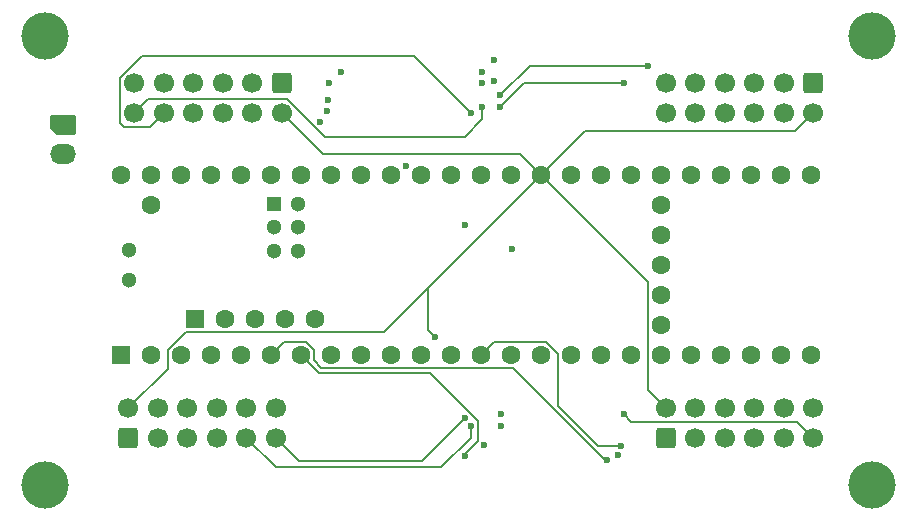
<source format=gbr>
%TF.GenerationSoftware,KiCad,Pcbnew,8.0.9-8.0.9-0~ubuntu22.04.1*%
%TF.CreationDate,2025-03-21T08:59:58-04:00*%
%TF.ProjectId,WS_Wheel_PCB,57535f57-6865-4656-9c5f-5043422e6b69,rev?*%
%TF.SameCoordinates,Original*%
%TF.FileFunction,Copper,L4,Bot*%
%TF.FilePolarity,Positive*%
%FSLAX46Y46*%
G04 Gerber Fmt 4.6, Leading zero omitted, Abs format (unit mm)*
G04 Created by KiCad (PCBNEW 8.0.9-8.0.9-0~ubuntu22.04.1) date 2025-03-21 08:59:58*
%MOMM*%
%LPD*%
G01*
G04 APERTURE LIST*
G04 Aperture macros list*
%AMRoundRect*
0 Rectangle with rounded corners*
0 $1 Rounding radius*
0 $2 $3 $4 $5 $6 $7 $8 $9 X,Y pos of 4 corners*
0 Add a 4 corners polygon primitive as box body*
4,1,4,$2,$3,$4,$5,$6,$7,$8,$9,$2,$3,0*
0 Add four circle primitives for the rounded corners*
1,1,$1+$1,$2,$3*
1,1,$1+$1,$4,$5*
1,1,$1+$1,$6,$7*
1,1,$1+$1,$8,$9*
0 Add four rect primitives between the rounded corners*
20,1,$1+$1,$2,$3,$4,$5,0*
20,1,$1+$1,$4,$5,$6,$7,0*
20,1,$1+$1,$6,$7,$8,$9,0*
20,1,$1+$1,$8,$9,$2,$3,0*%
%AMFreePoly0*
4,1,22,0.945671,0.830970,1.026777,0.776777,1.080970,0.695671,1.100000,0.600000,1.100000,-0.600000,1.080970,-0.695671,1.026777,-0.776777,0.945671,-0.830970,0.850000,-0.850000,-0.450000,-0.850000,-0.545671,-0.830970,-0.626777,-0.776777,-1.026777,-0.376777,-1.080970,-0.295671,-1.100000,-0.200000,-1.100000,0.600000,-1.080970,0.695671,-1.026777,0.776777,-0.945671,0.830970,-0.850000,0.850000,
0.850000,0.850000,0.945671,0.830970,0.945671,0.830970,$1*%
G04 Aperture macros list end*
%TA.AperFunction,ComponentPad*%
%ADD10R,1.600000X1.600000*%
%TD*%
%TA.AperFunction,ComponentPad*%
%ADD11C,1.600000*%
%TD*%
%TA.AperFunction,ComponentPad*%
%ADD12R,1.300000X1.300000*%
%TD*%
%TA.AperFunction,ComponentPad*%
%ADD13C,1.300000*%
%TD*%
%TA.AperFunction,ComponentPad*%
%ADD14FreePoly0,0.000000*%
%TD*%
%TA.AperFunction,ComponentPad*%
%ADD15O,2.200000X1.700000*%
%TD*%
%TA.AperFunction,ComponentPad*%
%ADD16RoundRect,0.250000X-0.600000X0.600000X-0.600000X-0.600000X0.600000X-0.600000X0.600000X0.600000X0*%
%TD*%
%TA.AperFunction,ComponentPad*%
%ADD17C,1.700000*%
%TD*%
%TA.AperFunction,ComponentPad*%
%ADD18RoundRect,0.250000X0.600000X-0.600000X0.600000X0.600000X-0.600000X0.600000X-0.600000X-0.600000X0*%
%TD*%
%TA.AperFunction,ViaPad*%
%ADD19C,4.000000*%
%TD*%
%TA.AperFunction,ViaPad*%
%ADD20C,0.600000*%
%TD*%
%TA.AperFunction,Conductor*%
%ADD21C,0.200000*%
%TD*%
G04 APERTURE END LIST*
D10*
%TO.P,U1,1,GND*%
%TO.N,unconnected-(U1-GND-Pad1)*%
X118380000Y-70000000D03*
D11*
%TO.P,U1,2,0_RX1_CRX2_CS1*%
%TO.N,unconnected-(U1-0_RX1_CRX2_CS1-Pad2)*%
X120920000Y-70000000D03*
%TO.P,U1,3,1_TX1_CTX2_MISO1*%
%TO.N,unconnected-(U1-1_TX1_CTX2_MISO1-Pad3)*%
X123460000Y-70000000D03*
%TO.P,U1,4,2_OUT2*%
%TO.N,Net-(LS1-SS{slash})*%
X126000000Y-70000000D03*
%TO.P,U1,5,3_LRCLK2*%
%TO.N,Net-(LS2-SS{slash})*%
X128540000Y-70000000D03*
%TO.P,U1,6,4_BCLK2*%
%TO.N,Net-(LS4-SS{slash})*%
X131080000Y-70000000D03*
%TO.P,U1,7,5_IN2*%
%TO.N,Net-(LS3-SS{slash})*%
X133620000Y-70000000D03*
%TO.P,U1,8,6_OUT1D*%
%TO.N,Net-(C1-ENy)*%
X136160000Y-70000000D03*
%TO.P,U1,9,7_RX2_OUT1A*%
%TO.N,Net-(C1-DirAy)*%
X138700000Y-70000000D03*
%TO.P,U1,10,8_TX2_IN1*%
%TO.N,Net-(C1-DirBy)*%
X141240000Y-70000000D03*
%TO.P,U1,11,9_OUT1C*%
%TO.N,unconnected-(U1-9_OUT1C-Pad11)*%
X143780000Y-70000000D03*
%TO.P,U1,12,10_CS_MQSR*%
%TO.N,unconnected-(U1-10_CS_MQSR-Pad12)*%
X146320000Y-70000000D03*
%TO.P,U1,13,11_MOSI_CTX1*%
%TO.N,Net-(LS1-MOSI)*%
X148860000Y-70000000D03*
%TO.P,U1,14,12_MISO_MQSL*%
%TO.N,Net-(LS1-MISO)*%
X151400000Y-70000000D03*
%TO.P,U1,15,3V3*%
%TO.N,Net-(C1-3v3)*%
X153940000Y-70000000D03*
%TO.P,U1,16,24_A10_TX6_SCL2*%
%TO.N,Net-(C2-ENy)*%
X156480000Y-70000000D03*
%TO.P,U1,17,25_A11_RX6_SDA2*%
%TO.N,Net-(C2-DirAy)*%
X159020000Y-70000000D03*
%TO.P,U1,18,26_A12_MOSI1*%
%TO.N,Net-(C2-DirBy)*%
X161560000Y-70000000D03*
%TO.P,U1,19,27_A13_SCK1*%
%TO.N,Net-(C3-ENy)*%
X164100000Y-70000000D03*
%TO.P,U1,20,28_RX7*%
%TO.N,Net-(C3-DirAy)*%
X166640000Y-70000000D03*
%TO.P,U1,21,29_TX7*%
%TO.N,Net-(C3-DirBy)*%
X169180000Y-70000000D03*
%TO.P,U1,22,30_CRX3*%
%TO.N,Net-(C4-ENy)*%
X171720000Y-70000000D03*
%TO.P,U1,23,31_CTX3*%
%TO.N,Net-(C4-DirAy)*%
X174260000Y-70000000D03*
%TO.P,U1,24,32_OUT1B*%
%TO.N,Net-(C4-DirBy)*%
X176800000Y-70000000D03*
%TO.P,U1,25,33_MCLK2*%
%TO.N,unconnected-(U1-33_MCLK2-Pad25)*%
X176800000Y-54760000D03*
%TO.P,U1,26,34_RX8*%
%TO.N,unconnected-(U1-34_RX8-Pad26)*%
X174260000Y-54760000D03*
%TO.P,U1,27,35_TX8*%
%TO.N,unconnected-(U1-35_TX8-Pad27)*%
X171720000Y-54760000D03*
%TO.P,U1,28,36_CS*%
%TO.N,unconnected-(U1-36_CS-Pad28)*%
X169180000Y-54760000D03*
%TO.P,U1,29,37_CS*%
%TO.N,unconnected-(U1-37_CS-Pad29)*%
X166640000Y-54760000D03*
%TO.P,U1,30,38_CS1_IN1*%
%TO.N,Net-(C3-DirBx)*%
X164100000Y-54760000D03*
%TO.P,U1,31,39_MISO1_OUT1A*%
%TO.N,Net-(C4-DirBx)*%
X161560000Y-54760000D03*
%TO.P,U1,32,40_A16*%
%TO.N,Net-(C4-DirAx)*%
X159020000Y-54760000D03*
%TO.P,U1,33,41_A17*%
%TO.N,Net-(C4-ENx)*%
X156480000Y-54760000D03*
%TO.P,U1,34,GND*%
%TO.N,Net-(C1-GND)*%
X153940000Y-54760000D03*
%TO.P,U1,35,13_SCK_LED*%
%TO.N,Net-(LS1-SCK)*%
X151400000Y-54760000D03*
%TO.P,U1,36,14_A0_TX3_SPDIF_OUT*%
%TO.N,unconnected-(U1-14_A0_TX3_SPDIF_OUT-Pad36)*%
X148860000Y-54760000D03*
%TO.P,U1,37,15_A1_RX3_SPDIF_IN*%
%TO.N,unconnected-(U1-15_A1_RX3_SPDIF_IN-Pad37)*%
X146320000Y-54760000D03*
%TO.P,U1,38,16_A2_RX4_SCL1*%
%TO.N,Net-(C3-DirAx)*%
X143780000Y-54760000D03*
%TO.P,U1,39,17_A3_TX4_SDA1*%
%TO.N,Net-(C3-ENx)*%
X141240000Y-54760000D03*
%TO.P,U1,40,18_A4_SDA*%
%TO.N,Net-(C2-DirBx)*%
X138700000Y-54760000D03*
%TO.P,U1,41,19_A5_SCL*%
%TO.N,Net-(C2-DirAx)*%
X136160000Y-54760000D03*
%TO.P,U1,42,20_A6_TX5_LRCLK1*%
%TO.N,Net-(C2-ENx)*%
X133620000Y-54760000D03*
%TO.P,U1,43,21_A7_RX5_BCLK1*%
%TO.N,Net-(C1-DirBx)*%
X131080000Y-54760000D03*
%TO.P,U1,44,22_A8_CTX1*%
%TO.N,Net-(C1-DirAx)*%
X128540000Y-54760000D03*
%TO.P,U1,45,23_A9_CRX1_MCLK1*%
%TO.N,Net-(C1-ENx)*%
X126000000Y-54760000D03*
%TO.P,U1,46,3V3*%
%TO.N,unconnected-(U1-3V3-Pad46)*%
X123460000Y-54760000D03*
%TO.P,U1,47,GND*%
%TO.N,Net-(J1-Pin_1)*%
X120920000Y-54760000D03*
%TO.P,U1,48,VIN*%
%TO.N,Net-(J1-Pin_2)*%
X118380000Y-54760000D03*
%TO.P,U1,49,VUSB*%
%TO.N,unconnected-(U1-VUSB-Pad49)*%
X120920000Y-57300000D03*
%TO.P,U1,50,VBAT*%
%TO.N,unconnected-(U1-VBAT-Pad50)*%
X164100000Y-67460000D03*
%TO.P,U1,51,3V3*%
%TO.N,unconnected-(U1-3V3-Pad51)*%
X164100000Y-64920000D03*
%TO.P,U1,52,GND*%
%TO.N,unconnected-(U1-GND-Pad52)*%
X164100000Y-62380000D03*
%TO.P,U1,53,PROGRAM*%
%TO.N,unconnected-(U1-PROGRAM-Pad53)*%
X164100000Y-59840000D03*
%TO.P,U1,54,ON_OFF*%
%TO.N,unconnected-(U1-ON_OFF-Pad54)*%
X164100000Y-57300000D03*
D10*
%TO.P,U1,55,5V*%
%TO.N,unconnected-(U1-5V-Pad55)*%
X124679200Y-66949200D03*
D11*
%TO.P,U1,56,D-*%
%TO.N,unconnected-(U1-D--Pad56)*%
X127219200Y-66949200D03*
%TO.P,U1,57,D+*%
%TO.N,unconnected-(U1-D+-Pad57)*%
X129759200Y-66949200D03*
%TO.P,U1,58,GND*%
%TO.N,unconnected-(U1-GND-Pad58)*%
X132299200Y-66949200D03*
%TO.P,U1,59,GND*%
%TO.N,unconnected-(U1-GND-Pad59)*%
X134839200Y-66949200D03*
D12*
%TO.P,U1,60,R+*%
%TO.N,unconnected-(U1-R+-Pad60)*%
X131350000Y-57198400D03*
D13*
%TO.P,U1,61,LED*%
%TO.N,unconnected-(U1-LED-Pad61)*%
X131350000Y-59198400D03*
%TO.P,U1,62,T-*%
%TO.N,unconnected-(U1-T--Pad62)*%
X131350000Y-61198400D03*
%TO.P,U1,63,T+*%
%TO.N,unconnected-(U1-T+-Pad63)*%
X133350000Y-61198400D03*
%TO.P,U1,64,GND*%
%TO.N,unconnected-(U1-GND-Pad64)*%
X133350000Y-59198400D03*
%TO.P,U1,65,R-*%
%TO.N,unconnected-(U1-R--Pad65)*%
X133350000Y-57198400D03*
%TO.P,U1,66,D-*%
%TO.N,unconnected-(U1-D--Pad66)*%
X119110000Y-61110000D03*
%TO.P,U1,67,D+*%
%TO.N,unconnected-(U1-D+-Pad67)*%
X119110000Y-63650000D03*
%TD*%
D14*
%TO.P,J1,1,Pin_1*%
%TO.N,Net-(J1-Pin_1)*%
X113500000Y-50500000D03*
D15*
%TO.P,J1,2,Pin_2*%
%TO.N,Net-(J1-Pin_2)*%
X113500000Y-53000000D03*
%TD*%
D16*
%TO.P,C2,1,3v3*%
%TO.N,Net-(C1-3v3)*%
X177000000Y-47000000D03*
D17*
%TO.P,C2,2,ENx*%
%TO.N,Net-(C2-ENx)*%
X174500000Y-47000000D03*
%TO.P,C2,3,DirAx*%
%TO.N,Net-(C2-DirAx)*%
X172000000Y-47000000D03*
%TO.P,C2,4,DirBx*%
%TO.N,Net-(C2-DirBx)*%
X169500000Y-47000000D03*
%TO.P,C2,5,EncAx*%
%TO.N,Net-(C2-EncAx)*%
X167000000Y-47000000D03*
%TO.P,C2,6,EncBx*%
%TO.N,Net-(C2-EncBx)*%
X164500000Y-47000000D03*
%TO.P,C2,7,GND*%
%TO.N,Net-(C1-GND)*%
X177000000Y-49500000D03*
%TO.P,C2,8,ENy*%
%TO.N,Net-(C2-ENy)*%
X174500000Y-49500000D03*
%TO.P,C2,9,DirAy*%
%TO.N,Net-(C2-DirAy)*%
X172000000Y-49500000D03*
%TO.P,C2,10,DirBy*%
%TO.N,Net-(C2-DirBy)*%
X169500000Y-49500000D03*
%TO.P,C2,11,EncAy*%
%TO.N,Net-(C2-EncAy)*%
X167000000Y-49500000D03*
%TO.P,C2,12,EncBy*%
%TO.N,Net-(C2-EncBy)*%
X164500000Y-49500000D03*
%TD*%
D16*
%TO.P,C1,1,3v3*%
%TO.N,Net-(C1-3v3)*%
X132000000Y-47000000D03*
D17*
%TO.P,C1,2,ENx*%
%TO.N,Net-(C1-ENx)*%
X129500000Y-47000000D03*
%TO.P,C1,3,DirAx*%
%TO.N,Net-(C1-DirAx)*%
X127000000Y-47000000D03*
%TO.P,C1,4,DirBx*%
%TO.N,Net-(C1-DirBx)*%
X124500000Y-47000000D03*
%TO.P,C1,5,EncAx*%
%TO.N,Net-(C1-EncAx)*%
X122000000Y-47000000D03*
%TO.P,C1,6,EncBx*%
%TO.N,Net-(C1-EncBx)*%
X119500000Y-47000000D03*
%TO.P,C1,7,GND*%
%TO.N,Net-(C1-GND)*%
X132000000Y-49500000D03*
%TO.P,C1,8,ENy*%
%TO.N,Net-(C1-ENy)*%
X129500000Y-49500000D03*
%TO.P,C1,9,DirAy*%
%TO.N,Net-(C1-DirAy)*%
X127000000Y-49500000D03*
%TO.P,C1,10,DirBy*%
%TO.N,Net-(C1-DirBy)*%
X124500000Y-49500000D03*
%TO.P,C1,11,EncAy*%
%TO.N,Net-(C1-EncAy)*%
X122000000Y-49500000D03*
%TO.P,C1,12,EncBy*%
%TO.N,Net-(C1-EncBy)*%
X119500000Y-49500000D03*
%TD*%
D18*
%TO.P,C3,1,3v3*%
%TO.N,Net-(C1-3v3)*%
X119000000Y-77000000D03*
D17*
%TO.P,C3,2,ENx*%
%TO.N,Net-(C3-ENx)*%
X121500000Y-77000000D03*
%TO.P,C3,3,DirAx*%
%TO.N,Net-(C3-DirAx)*%
X124000000Y-77000000D03*
%TO.P,C3,4,DirBx*%
%TO.N,Net-(C3-DirBx)*%
X126500000Y-77000000D03*
%TO.P,C3,5,EncAx*%
%TO.N,Net-(C3-EncAx)*%
X129000000Y-77000000D03*
%TO.P,C3,6,EncBx*%
%TO.N,Net-(C3-EncBx)*%
X131500000Y-77000000D03*
%TO.P,C3,7,GND*%
%TO.N,Net-(C1-GND)*%
X119000000Y-74500000D03*
%TO.P,C3,8,ENy*%
%TO.N,Net-(C3-ENy)*%
X121500000Y-74500000D03*
%TO.P,C3,9,DirAy*%
%TO.N,Net-(C3-DirAy)*%
X124000000Y-74500000D03*
%TO.P,C3,10,DirBy*%
%TO.N,Net-(C3-DirBy)*%
X126500000Y-74500000D03*
%TO.P,C3,11,EncAy*%
%TO.N,Net-(C3-EncAy)*%
X129000000Y-74500000D03*
%TO.P,C3,12,EncBy*%
%TO.N,Net-(C3-EncBy)*%
X131500000Y-74500000D03*
%TD*%
D18*
%TO.P,C4,1,3v3*%
%TO.N,Net-(C1-3v3)*%
X164500000Y-77000000D03*
D17*
%TO.P,C4,2,ENx*%
%TO.N,Net-(C4-ENx)*%
X167000000Y-77000000D03*
%TO.P,C4,3,DirAx*%
%TO.N,Net-(C4-DirAx)*%
X169500000Y-77000000D03*
%TO.P,C4,4,DirBx*%
%TO.N,Net-(C4-DirBx)*%
X172000000Y-77000000D03*
%TO.P,C4,5,EncAx*%
%TO.N,Net-(C4-EncAx)*%
X174500000Y-77000000D03*
%TO.P,C4,6,EncBx*%
%TO.N,Net-(C4-EncBx)*%
X177000000Y-77000000D03*
%TO.P,C4,7,GND*%
%TO.N,Net-(C1-GND)*%
X164500000Y-74500000D03*
%TO.P,C4,8,ENy*%
%TO.N,Net-(C4-ENy)*%
X167000000Y-74500000D03*
%TO.P,C4,9,DirAy*%
%TO.N,Net-(C4-DirAy)*%
X169500000Y-74500000D03*
%TO.P,C4,10,DirBy*%
%TO.N,Net-(C4-DirBy)*%
X172000000Y-74500000D03*
%TO.P,C4,11,EncAy*%
%TO.N,Net-(C4-EncAy)*%
X174500000Y-74500000D03*
%TO.P,C4,12,EncBy*%
%TO.N,Net-(C4-EncBy)*%
X177000000Y-74500000D03*
%TD*%
D19*
%TO.N,*%
X112000000Y-43000000D03*
X112000000Y-81000000D03*
X182000000Y-81000000D03*
X182000000Y-43000000D03*
D20*
%TO.N,Net-(C1-EncAx)*%
X135837438Y-49314035D03*
%TO.N,Net-(C1-GND)*%
X145000000Y-68500000D03*
%TO.N,Net-(C1-EncAy)*%
X148000000Y-49500000D03*
%TO.N,Net-(C1-EncBx)*%
X135237438Y-50262562D03*
%TO.N,Net-(C1-EncBy)*%
X149000000Y-49000000D03*
%TO.N,Net-(C4-EncBx)*%
X160960000Y-75000000D03*
%TO.N,Net-(C2-EncAx)*%
X163000000Y-45500000D03*
X150500000Y-48000000D03*
%TO.N,Net-(C3-EncBx)*%
X147529271Y-75334129D03*
%TO.N,Net-(C3-EncAx)*%
X148000000Y-76000000D03*
%TO.N,Net-(C4-EncAy)*%
X150560000Y-75000000D03*
%TO.N,Net-(C4-EncBy)*%
X150560000Y-76000000D03*
%TO.N,Net-(LS1-MISO)*%
X150000000Y-46800000D03*
X136000000Y-47000000D03*
X147500000Y-59000000D03*
%TO.N,Net-(LS1-SCK)*%
X151500000Y-61000000D03*
X160500000Y-78487868D03*
X137000000Y-46050000D03*
X149102608Y-77625000D03*
X149000000Y-46000000D03*
%TO.N,Net-(LS1-MOSI)*%
X149000000Y-47000000D03*
X142488235Y-54011765D03*
X135884897Y-48418047D03*
X160758533Y-77730791D03*
%TO.N,Net-(LS2-SS{slash})*%
X150000000Y-45000000D03*
%TO.N,Net-(LS3-SS{slash})*%
X147500000Y-78525000D03*
%TO.N,Net-(LS4-SS{slash})*%
X159500000Y-78900000D03*
%TO.N,Net-(C2-EncBx)*%
X161000000Y-47000000D03*
X150500000Y-49000000D03*
%TD*%
D21*
%TO.N,Net-(C1-GND)*%
X135500000Y-53000000D02*
X152180000Y-53000000D01*
X144350000Y-64350000D02*
X140650800Y-68049200D01*
X140650800Y-68049200D02*
X123855165Y-68049200D01*
X153940000Y-54760000D02*
X144350000Y-64350000D01*
X157700000Y-51000000D02*
X175500000Y-51000000D01*
X163000000Y-63820000D02*
X163000000Y-73000000D01*
X132000000Y-49500000D02*
X135500000Y-53000000D01*
X144350000Y-67850000D02*
X144350000Y-64350000D01*
X163000000Y-73000000D02*
X164500000Y-74500000D01*
X145000000Y-68500000D02*
X144350000Y-67850000D01*
X122360000Y-69544365D02*
X122360000Y-71140000D01*
X152180000Y-53000000D02*
X153940000Y-54760000D01*
X153940000Y-54760000D02*
X163000000Y-63820000D01*
X153940000Y-54760000D02*
X157700000Y-51000000D01*
X122360000Y-71140000D02*
X119000000Y-74500000D01*
X123855165Y-68049200D02*
X122360000Y-69544365D01*
X175500000Y-51000000D02*
X177000000Y-49500000D01*
%TO.N,Net-(C1-EncAy)*%
X120850000Y-50650000D02*
X122000000Y-49500000D01*
X118350000Y-50350000D02*
X118650000Y-50650000D01*
X118650000Y-50650000D02*
X120850000Y-50650000D01*
X148000000Y-49500000D02*
X143160000Y-44660000D01*
X118350000Y-46523654D02*
X118350000Y-50350000D01*
X120213654Y-44660000D02*
X118350000Y-46523654D01*
X143160000Y-44660000D02*
X120213654Y-44660000D01*
%TO.N,Net-(C1-EncBy)*%
X132476346Y-48350000D02*
X120650000Y-48350000D01*
X149000000Y-49000000D02*
X149000000Y-50000000D01*
X147500000Y-51500000D02*
X135626346Y-51500000D01*
X135626346Y-51500000D02*
X132476346Y-48350000D01*
X120650000Y-48350000D02*
X119500000Y-49500000D01*
X149000000Y-50000000D02*
X147500000Y-51500000D01*
%TO.N,Net-(C4-EncBx)*%
X161610000Y-75650000D02*
X175650000Y-75650000D01*
X160960000Y-75000000D02*
X161610000Y-75650000D01*
X175650000Y-75650000D02*
X177000000Y-77000000D01*
%TO.N,Net-(C2-EncAx)*%
X153000000Y-45500000D02*
X150500000Y-48000000D01*
X163000000Y-45500000D02*
X153000000Y-45500000D01*
%TO.N,Net-(C3-EncBx)*%
X143863400Y-79000000D02*
X133500000Y-79000000D01*
X133500000Y-79000000D02*
X131500000Y-77000000D01*
X147529271Y-75334129D02*
X143863400Y-79000000D01*
%TO.N,Net-(C3-EncAx)*%
X148000000Y-77000000D02*
X148000000Y-76000000D01*
X131500000Y-79500000D02*
X145500000Y-79500000D01*
X145500000Y-79500000D02*
X148000000Y-77000000D01*
X129000000Y-77000000D02*
X131500000Y-79500000D01*
%TO.N,Net-(LS1-MOSI)*%
X154400000Y-68900000D02*
X149960000Y-68900000D01*
X155380000Y-74314314D02*
X155380000Y-69880000D01*
X158796477Y-77730791D02*
X155380000Y-74314314D01*
X149960000Y-68900000D02*
X148860000Y-70000000D01*
X155380000Y-69880000D02*
X154400000Y-68900000D01*
X160758533Y-77730791D02*
X158796477Y-77730791D01*
%TO.N,Net-(LS3-SS{slash})*%
X148600000Y-77279079D02*
X148600000Y-75556329D01*
X147500000Y-78379079D02*
X148600000Y-77279079D01*
X148600000Y-75556329D02*
X144543671Y-71500000D01*
X135120000Y-71500000D02*
X133620000Y-70000000D01*
X144543671Y-71500000D02*
X135120000Y-71500000D01*
X147500000Y-78525000D02*
X147500000Y-78379079D01*
%TO.N,Net-(LS4-SS{slash})*%
X132180000Y-68900000D02*
X131080000Y-70000000D01*
X134075635Y-68900000D02*
X132180000Y-68900000D01*
X151600000Y-71100000D02*
X135364365Y-71100000D01*
X135364365Y-71100000D02*
X134720000Y-70455635D01*
X159500000Y-78900000D02*
X159400000Y-78900000D01*
X134720000Y-70455635D02*
X134720000Y-69544365D01*
X159400000Y-78900000D02*
X151600000Y-71100000D01*
X134720000Y-69544365D02*
X134075635Y-68900000D01*
%TO.N,Net-(C2-EncBx)*%
X152500000Y-47000000D02*
X150500000Y-49000000D01*
X161000000Y-47000000D02*
X152500000Y-47000000D01*
%TD*%
M02*

</source>
